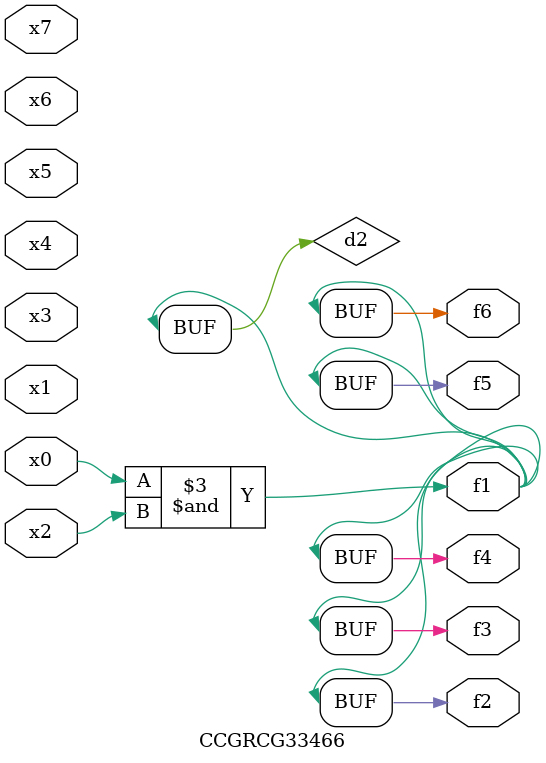
<source format=v>
module CCGRCG33466(
	input x0, x1, x2, x3, x4, x5, x6, x7,
	output f1, f2, f3, f4, f5, f6
);

	wire d1, d2;

	nor (d1, x3, x6);
	and (d2, x0, x2);
	assign f1 = d2;
	assign f2 = d2;
	assign f3 = d2;
	assign f4 = d2;
	assign f5 = d2;
	assign f6 = d2;
endmodule

</source>
